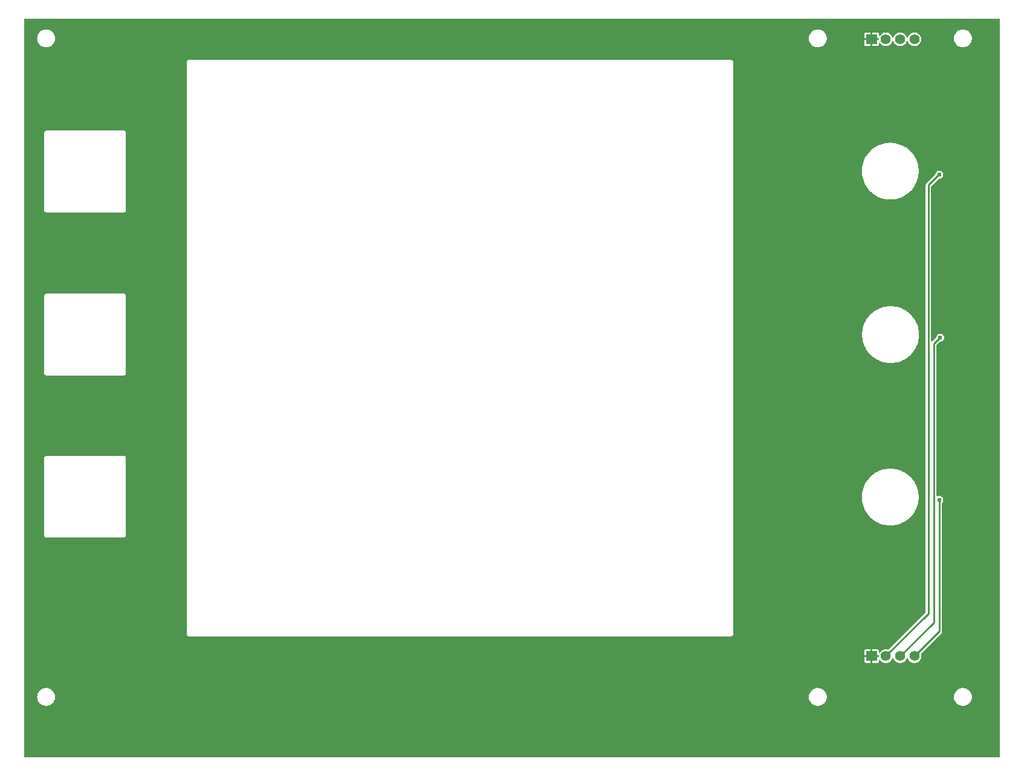
<source format=gbl>
G04 Layer: BottomLayer*
G04 EasyEDA v6.5.29, 2023-07-18 11:22:46*
G04 d896c42b98474c1f997fee1a3b510d80,5a6b42c53f6a479593ecc07194224c93,10*
G04 Gerber Generator version 0.2*
G04 Scale: 100 percent, Rotated: No, Reflected: No *
G04 Dimensions in millimeters *
G04 leading zeros omitted , absolute positions ,4 integer and 5 decimal *
%FSLAX45Y45*%
%MOMM*%

%AMMACRO1*21,1,$1,$2,0,0,$3*%
%ADD10C,0.2540*%
%ADD11C,1.4000*%
%ADD12MACRO1,1.524X1.4X0.0000*%
%ADD13C,0.6096*%

%LPD*%
G36*
X290068Y1041908D02*
G01*
X286156Y1042669D01*
X282905Y1044905D01*
X280670Y1048156D01*
X279908Y1052068D01*
X279908Y11393932D01*
X280670Y11397843D01*
X282905Y11401094D01*
X286156Y11403330D01*
X290068Y11404092D01*
X13933932Y11404092D01*
X13937843Y11403330D01*
X13941094Y11401094D01*
X13943330Y11397843D01*
X13944092Y11393932D01*
X13944092Y1052068D01*
X13943330Y1048156D01*
X13941094Y1044905D01*
X13937843Y1042669D01*
X13933932Y1041908D01*
G37*

%LPC*%
G36*
X12398400Y6573926D02*
G01*
X12426188Y6573926D01*
X12453975Y6575907D01*
X12481509Y6579768D01*
X12508738Y6585559D01*
X12535458Y6593230D01*
X12561620Y6602730D01*
X12587020Y6614058D01*
X12611608Y6627114D01*
X12635179Y6641846D01*
X12657683Y6658203D01*
X12679019Y6676085D01*
X12699034Y6695389D01*
X12717627Y6716064D01*
X12734798Y6738010D01*
X12750342Y6761073D01*
X12764262Y6785152D01*
X12776454Y6810197D01*
X12786868Y6835952D01*
X12795453Y6862419D01*
X12802209Y6889445D01*
X12807035Y6916826D01*
X12809931Y6944512D01*
X12810896Y6972300D01*
X12809931Y7000087D01*
X12807035Y7027773D01*
X12802209Y7055154D01*
X12795453Y7082180D01*
X12786868Y7108647D01*
X12776454Y7134402D01*
X12764262Y7159447D01*
X12750342Y7183526D01*
X12734798Y7206589D01*
X12717627Y7228535D01*
X12699034Y7249210D01*
X12679019Y7268514D01*
X12657683Y7286396D01*
X12635179Y7302753D01*
X12611608Y7317486D01*
X12587020Y7330541D01*
X12561620Y7341870D01*
X12535458Y7351369D01*
X12508738Y7359040D01*
X12481509Y7364831D01*
X12453975Y7368692D01*
X12426188Y7370673D01*
X12398400Y7370673D01*
X12370612Y7368692D01*
X12343079Y7364831D01*
X12315850Y7359040D01*
X12289129Y7351369D01*
X12262967Y7341870D01*
X12237567Y7330541D01*
X12212980Y7317486D01*
X12189409Y7302753D01*
X12166904Y7286396D01*
X12145568Y7268514D01*
X12125553Y7249210D01*
X12106960Y7228535D01*
X12089841Y7206589D01*
X12074245Y7183526D01*
X12060377Y7159447D01*
X12048134Y7134402D01*
X12037720Y7108647D01*
X12029135Y7082180D01*
X12022429Y7055154D01*
X12017552Y7027773D01*
X12014657Y7000087D01*
X12013692Y6972300D01*
X12014657Y6944512D01*
X12017552Y6916826D01*
X12022429Y6889445D01*
X12029135Y6862419D01*
X12037720Y6835952D01*
X12048134Y6810197D01*
X12060377Y6785152D01*
X12074245Y6761073D01*
X12089841Y6738010D01*
X12106960Y6716064D01*
X12125553Y6695389D01*
X12145568Y6676085D01*
X12166904Y6658203D01*
X12189409Y6641846D01*
X12212980Y6627114D01*
X12237567Y6614058D01*
X12262967Y6602730D01*
X12289129Y6593230D01*
X12315850Y6585559D01*
X12343079Y6579768D01*
X12370612Y6575907D01*
G37*
G36*
X11391900Y1766417D02*
G01*
X11407089Y1767332D01*
X11422024Y1770075D01*
X11436553Y1774596D01*
X11450421Y1780844D01*
X11463426Y1788718D01*
X11475364Y1798066D01*
X11486134Y1808835D01*
X11495481Y1820773D01*
X11503355Y1833778D01*
X11509603Y1847646D01*
X11514124Y1862175D01*
X11516868Y1877110D01*
X11517782Y1892300D01*
X11516868Y1907489D01*
X11514124Y1922424D01*
X11509603Y1936953D01*
X11503355Y1950821D01*
X11495481Y1963826D01*
X11486134Y1975764D01*
X11475364Y1986534D01*
X11463426Y1995881D01*
X11450421Y2003755D01*
X11436553Y2010003D01*
X11422024Y2014524D01*
X11407089Y2017268D01*
X11391900Y2018182D01*
X11376710Y2017268D01*
X11361775Y2014524D01*
X11347246Y2010003D01*
X11333378Y2003755D01*
X11320373Y1995881D01*
X11308435Y1986534D01*
X11297666Y1975764D01*
X11288318Y1963826D01*
X11280444Y1950821D01*
X11274196Y1936953D01*
X11269675Y1922424D01*
X11266932Y1907489D01*
X11266017Y1892300D01*
X11266932Y1877110D01*
X11269675Y1862175D01*
X11274196Y1847646D01*
X11280444Y1833778D01*
X11288318Y1820773D01*
X11297666Y1808835D01*
X11308435Y1798066D01*
X11320373Y1788718D01*
X11333378Y1780844D01*
X11347246Y1774596D01*
X11361775Y1770075D01*
X11376710Y1767332D01*
G37*
G36*
X584200Y1766417D02*
G01*
X599389Y1767332D01*
X614324Y1770075D01*
X628853Y1774596D01*
X642721Y1780844D01*
X655726Y1788718D01*
X667664Y1798066D01*
X678434Y1808835D01*
X687781Y1820773D01*
X695655Y1833778D01*
X701903Y1847646D01*
X706424Y1862175D01*
X709168Y1877110D01*
X710082Y1892300D01*
X709168Y1907489D01*
X706424Y1922424D01*
X701903Y1936953D01*
X695655Y1950821D01*
X687781Y1963826D01*
X678434Y1975764D01*
X667664Y1986534D01*
X655726Y1995881D01*
X642721Y2003755D01*
X628853Y2010003D01*
X614324Y2014524D01*
X599389Y2017268D01*
X584200Y2018182D01*
X569010Y2017268D01*
X554075Y2014524D01*
X539546Y2010003D01*
X525678Y2003755D01*
X512673Y1995881D01*
X500735Y1986534D01*
X489966Y1975764D01*
X480618Y1963826D01*
X472744Y1950821D01*
X466496Y1936953D01*
X461975Y1922424D01*
X459232Y1907489D01*
X458317Y1892300D01*
X459232Y1877110D01*
X461975Y1862175D01*
X466496Y1847646D01*
X472744Y1833778D01*
X480618Y1820773D01*
X489966Y1808835D01*
X500735Y1798066D01*
X512673Y1788718D01*
X525678Y1780844D01*
X539546Y1774596D01*
X554075Y1770075D01*
X569010Y1767332D01*
G37*
G36*
X12070384Y2367889D02*
G01*
X12133326Y2367889D01*
X12133326Y2451100D01*
X12043918Y2451100D01*
X12043918Y2394356D01*
X12044629Y2388057D01*
X12046508Y2382570D01*
X12049607Y2377694D01*
X12053671Y2373579D01*
X12058599Y2370531D01*
X12064034Y2368600D01*
G37*
G36*
X12158726Y2367889D02*
G01*
X12221616Y2367889D01*
X12227966Y2368600D01*
X12233402Y2370531D01*
X12238329Y2373579D01*
X12242393Y2377694D01*
X12245492Y2382570D01*
X12247372Y2388057D01*
X12248134Y2394356D01*
X12248134Y2404567D01*
X12248997Y2408732D01*
X12251486Y2412187D01*
X12255195Y2414270D01*
X12259411Y2414676D01*
X12263424Y2413304D01*
X12266574Y2410460D01*
X12271603Y2403297D01*
X12280544Y2393746D01*
X12290704Y2385466D01*
X12301880Y2378659D01*
X12313869Y2373426D01*
X12326467Y2369921D01*
X12339472Y2368143D01*
X12352528Y2368143D01*
X12365532Y2369921D01*
X12378131Y2373426D01*
X12390120Y2378659D01*
X12401296Y2385466D01*
X12411456Y2393746D01*
X12420396Y2403297D01*
X12427915Y2413965D01*
X12433960Y2425598D01*
X12436449Y2432558D01*
X12438583Y2436114D01*
X12441936Y2438501D01*
X12446000Y2439314D01*
X12450064Y2438501D01*
X12453416Y2436114D01*
X12455550Y2432558D01*
X12458039Y2425598D01*
X12464084Y2413965D01*
X12471603Y2403297D01*
X12480544Y2393746D01*
X12490704Y2385466D01*
X12501880Y2378659D01*
X12513868Y2373426D01*
X12526467Y2369921D01*
X12539472Y2368143D01*
X12552527Y2368143D01*
X12565532Y2369921D01*
X12578130Y2373426D01*
X12590119Y2378659D01*
X12601295Y2385466D01*
X12611455Y2393746D01*
X12620396Y2403297D01*
X12627914Y2413965D01*
X12633960Y2425598D01*
X12636449Y2432558D01*
X12638582Y2436114D01*
X12641935Y2438501D01*
X12645999Y2439314D01*
X12650063Y2438501D01*
X12653416Y2436114D01*
X12655550Y2432558D01*
X12658039Y2425598D01*
X12664084Y2413965D01*
X12671602Y2403297D01*
X12680543Y2393746D01*
X12690703Y2385466D01*
X12701879Y2378659D01*
X12713868Y2373426D01*
X12726466Y2369921D01*
X12739471Y2368143D01*
X12752527Y2368143D01*
X12765532Y2369921D01*
X12778130Y2373426D01*
X12790119Y2378659D01*
X12801295Y2385466D01*
X12811455Y2393746D01*
X12820396Y2403297D01*
X12827914Y2413965D01*
X12833959Y2425598D01*
X12838328Y2437942D01*
X12840970Y2450744D01*
X12841884Y2463800D01*
X12840970Y2476855D01*
X12838328Y2489657D01*
X12837363Y2492400D01*
X12836804Y2496159D01*
X12837617Y2499817D01*
X12839750Y2502966D01*
X13120624Y2783890D01*
X13125754Y2790088D01*
X13129310Y2796794D01*
X13131495Y2804007D01*
X13132307Y2812034D01*
X13132307Y4609490D01*
X13133069Y4613402D01*
X13135305Y4616704D01*
X13136880Y4618278D01*
X13142518Y4626305D01*
X13146633Y4635246D01*
X13149173Y4644694D01*
X13150037Y4654499D01*
X13149173Y4664303D01*
X13146633Y4673752D01*
X13142518Y4682693D01*
X13136880Y4690719D01*
X13129920Y4697679D01*
X13121894Y4703318D01*
X13112953Y4707432D01*
X13103504Y4709972D01*
X13093700Y4710836D01*
X13083895Y4709972D01*
X13074446Y4707432D01*
X13070586Y4705654D01*
X13066623Y4704689D01*
X13062610Y4705350D01*
X13059206Y4707534D01*
X13056920Y4710887D01*
X13056108Y4714849D01*
X13056108Y6825081D01*
X13056869Y6828993D01*
X13059105Y6832295D01*
X13095579Y6868769D01*
X13099288Y6871106D01*
X13103606Y6871716D01*
X13106400Y6871462D01*
X13116204Y6872325D01*
X13125653Y6874865D01*
X13134594Y6878980D01*
X13142620Y6884619D01*
X13149580Y6891578D01*
X13155218Y6899605D01*
X13159333Y6908546D01*
X13161873Y6917994D01*
X13162737Y6927799D01*
X13161873Y6937603D01*
X13159333Y6947052D01*
X13155218Y6955993D01*
X13149580Y6964019D01*
X13142620Y6970979D01*
X13134594Y6976618D01*
X13125653Y6980732D01*
X13116204Y6983272D01*
X13106400Y6984136D01*
X13096595Y6983272D01*
X13087146Y6980732D01*
X13078206Y6976618D01*
X13070179Y6970979D01*
X13063219Y6964019D01*
X13057581Y6955993D01*
X13053466Y6947052D01*
X13049910Y6933184D01*
X13047878Y6930288D01*
X12997230Y6879640D01*
X12993979Y6877456D01*
X12990068Y6876694D01*
X12986156Y6877456D01*
X12982905Y6879640D01*
X12980670Y6882942D01*
X12979908Y6886854D01*
X12979908Y9047581D01*
X12980670Y9051493D01*
X12982905Y9054795D01*
X13082879Y9154769D01*
X13086588Y9157106D01*
X13090906Y9157716D01*
X13093700Y9157462D01*
X13103504Y9158325D01*
X13112953Y9160865D01*
X13121894Y9164980D01*
X13129920Y9170619D01*
X13136880Y9177578D01*
X13142518Y9185605D01*
X13146633Y9194546D01*
X13149173Y9203994D01*
X13150037Y9213799D01*
X13149173Y9223603D01*
X13146633Y9233052D01*
X13142518Y9241993D01*
X13136880Y9250019D01*
X13129920Y9256979D01*
X13121894Y9262618D01*
X13112953Y9266732D01*
X13103504Y9269272D01*
X13093700Y9270136D01*
X13083895Y9269272D01*
X13074446Y9266732D01*
X13065506Y9262618D01*
X13057479Y9256979D01*
X13050519Y9250019D01*
X13044881Y9241993D01*
X13040766Y9233052D01*
X13037210Y9219184D01*
X13035178Y9216288D01*
X12914376Y9095435D01*
X12909245Y9089237D01*
X12905689Y9082532D01*
X12903504Y9075318D01*
X12902692Y9067292D01*
X12902692Y3079394D01*
X12901930Y3075482D01*
X12899694Y3072180D01*
X12385090Y2557576D01*
X12382144Y2555544D01*
X12378740Y2554630D01*
X12375184Y2554986D01*
X12365532Y2557678D01*
X12352528Y2559456D01*
X12339472Y2559456D01*
X12326467Y2557678D01*
X12313869Y2554122D01*
X12301880Y2548940D01*
X12290704Y2542133D01*
X12280544Y2533853D01*
X12271603Y2524302D01*
X12266574Y2517140D01*
X12263424Y2514295D01*
X12259411Y2512923D01*
X12255195Y2513330D01*
X12251486Y2515412D01*
X12248997Y2518867D01*
X12248134Y2523032D01*
X12248134Y2533243D01*
X12247372Y2539542D01*
X12245492Y2545029D01*
X12242393Y2549906D01*
X12238329Y2554020D01*
X12233402Y2557068D01*
X12227966Y2558999D01*
X12221616Y2559710D01*
X12158726Y2559710D01*
X12158726Y2476500D01*
X12240107Y2476500D01*
X12244019Y2475738D01*
X12247270Y2473502D01*
X12249505Y2470251D01*
X12250267Y2466340D01*
X12250267Y2461260D01*
X12249505Y2457348D01*
X12247270Y2454097D01*
X12244019Y2451862D01*
X12240107Y2451100D01*
X12158726Y2451100D01*
G37*
G36*
X12043918Y11125200D02*
G01*
X12133326Y11125200D01*
X12133326Y11208410D01*
X12070384Y11208410D01*
X12064034Y11207699D01*
X12058599Y11205768D01*
X12053671Y11202720D01*
X12049607Y11198606D01*
X12046508Y11193729D01*
X12044629Y11188242D01*
X12043918Y11181943D01*
G37*
G36*
X12158726Y11016589D02*
G01*
X12221616Y11016589D01*
X12227966Y11017300D01*
X12233402Y11019231D01*
X12238329Y11022279D01*
X12242393Y11026394D01*
X12245492Y11031270D01*
X12247372Y11036757D01*
X12248134Y11043056D01*
X12248134Y11053267D01*
X12248997Y11057432D01*
X12251486Y11060887D01*
X12255195Y11062970D01*
X12259411Y11063376D01*
X12263424Y11062004D01*
X12266574Y11059160D01*
X12271603Y11051997D01*
X12280544Y11042446D01*
X12290704Y11034166D01*
X12301880Y11027359D01*
X12313869Y11022126D01*
X12326467Y11018621D01*
X12339472Y11016843D01*
X12352528Y11016843D01*
X12365532Y11018621D01*
X12378131Y11022126D01*
X12390120Y11027359D01*
X12401296Y11034166D01*
X12411456Y11042446D01*
X12420396Y11051997D01*
X12427915Y11062665D01*
X12433960Y11074298D01*
X12436449Y11081258D01*
X12438583Y11084814D01*
X12441936Y11087201D01*
X12446000Y11088014D01*
X12450064Y11087201D01*
X12453416Y11084814D01*
X12455550Y11081258D01*
X12458039Y11074298D01*
X12464084Y11062665D01*
X12471603Y11051997D01*
X12480544Y11042446D01*
X12490704Y11034166D01*
X12501880Y11027359D01*
X12513868Y11022126D01*
X12526467Y11018621D01*
X12539472Y11016843D01*
X12552527Y11016843D01*
X12565532Y11018621D01*
X12578130Y11022126D01*
X12590119Y11027359D01*
X12601295Y11034166D01*
X12611455Y11042446D01*
X12620396Y11051997D01*
X12627914Y11062665D01*
X12633960Y11074298D01*
X12636449Y11081258D01*
X12638582Y11084814D01*
X12641935Y11087201D01*
X12645999Y11088014D01*
X12650063Y11087201D01*
X12653416Y11084814D01*
X12655550Y11081258D01*
X12658039Y11074298D01*
X12664084Y11062665D01*
X12671602Y11051997D01*
X12680543Y11042446D01*
X12690703Y11034166D01*
X12701879Y11027359D01*
X12713868Y11022126D01*
X12726466Y11018621D01*
X12739471Y11016843D01*
X12752527Y11016843D01*
X12765532Y11018621D01*
X12778130Y11022126D01*
X12790119Y11027359D01*
X12801295Y11034166D01*
X12811455Y11042446D01*
X12820396Y11051997D01*
X12827914Y11062665D01*
X12833959Y11074298D01*
X12838328Y11086642D01*
X12840970Y11099444D01*
X12841884Y11112500D01*
X12840970Y11125555D01*
X12838328Y11138357D01*
X12833959Y11150701D01*
X12827914Y11162334D01*
X12820396Y11173002D01*
X12811455Y11182553D01*
X12801295Y11190833D01*
X12790119Y11197640D01*
X12778130Y11202822D01*
X12765532Y11206378D01*
X12752527Y11208156D01*
X12739471Y11208156D01*
X12726466Y11206378D01*
X12713868Y11202822D01*
X12701879Y11197640D01*
X12690703Y11190833D01*
X12680543Y11182553D01*
X12671602Y11173002D01*
X12664084Y11162334D01*
X12658039Y11150701D01*
X12655550Y11143742D01*
X12653416Y11140186D01*
X12650063Y11137798D01*
X12645999Y11136985D01*
X12641935Y11137798D01*
X12638582Y11140186D01*
X12636449Y11143742D01*
X12633960Y11150701D01*
X12627914Y11162334D01*
X12620396Y11173002D01*
X12611455Y11182553D01*
X12601295Y11190833D01*
X12590119Y11197640D01*
X12578130Y11202822D01*
X12565532Y11206378D01*
X12552527Y11208156D01*
X12539472Y11208156D01*
X12526467Y11206378D01*
X12513868Y11202822D01*
X12501880Y11197640D01*
X12490704Y11190833D01*
X12480544Y11182553D01*
X12471603Y11173002D01*
X12464084Y11162334D01*
X12458039Y11150701D01*
X12455550Y11143742D01*
X12453416Y11140186D01*
X12450064Y11137798D01*
X12446000Y11136985D01*
X12441936Y11137798D01*
X12438583Y11140186D01*
X12436449Y11143742D01*
X12433960Y11150701D01*
X12427915Y11162334D01*
X12420396Y11173002D01*
X12411456Y11182553D01*
X12401296Y11190833D01*
X12390120Y11197640D01*
X12378131Y11202822D01*
X12365532Y11206378D01*
X12352528Y11208156D01*
X12339472Y11208156D01*
X12326467Y11206378D01*
X12313869Y11202822D01*
X12301880Y11197640D01*
X12290704Y11190833D01*
X12280544Y11182553D01*
X12271603Y11173002D01*
X12266574Y11165840D01*
X12263424Y11162995D01*
X12259411Y11161623D01*
X12255195Y11162030D01*
X12251486Y11164112D01*
X12248997Y11167567D01*
X12248134Y11171732D01*
X12248134Y11181943D01*
X12247372Y11188242D01*
X12245492Y11193729D01*
X12242393Y11198606D01*
X12238329Y11202720D01*
X12233402Y11205768D01*
X12227966Y11207699D01*
X12221616Y11208410D01*
X12158726Y11208410D01*
X12158726Y11125200D01*
X12240107Y11125200D01*
X12244019Y11124438D01*
X12247270Y11122202D01*
X12249505Y11118951D01*
X12250267Y11115040D01*
X12250267Y11109960D01*
X12249505Y11106048D01*
X12247270Y11102797D01*
X12244019Y11100562D01*
X12240107Y11099800D01*
X12158726Y11099800D01*
G37*
G36*
X12070384Y11016589D02*
G01*
X12133326Y11016589D01*
X12133326Y11099800D01*
X12043918Y11099800D01*
X12043918Y11043056D01*
X12044629Y11036757D01*
X12046508Y11031270D01*
X12049607Y11026394D01*
X12053671Y11022279D01*
X12058599Y11019231D01*
X12064034Y11017300D01*
G37*
G36*
X12043918Y2476500D02*
G01*
X12133326Y2476500D01*
X12133326Y2559710D01*
X12070384Y2559710D01*
X12064034Y2558999D01*
X12058599Y2557068D01*
X12053671Y2554020D01*
X12049607Y2549906D01*
X12046508Y2545029D01*
X12044629Y2539542D01*
X12043918Y2533243D01*
G37*
G36*
X584200Y10999317D02*
G01*
X599389Y11000232D01*
X614324Y11002975D01*
X628853Y11007496D01*
X642721Y11013744D01*
X655726Y11021618D01*
X667664Y11030966D01*
X678434Y11041735D01*
X687781Y11053673D01*
X695655Y11066678D01*
X701903Y11080546D01*
X706424Y11095075D01*
X709168Y11110010D01*
X710082Y11125200D01*
X709168Y11140389D01*
X706424Y11155324D01*
X701903Y11169853D01*
X695655Y11183721D01*
X687781Y11196726D01*
X678434Y11208664D01*
X667664Y11219434D01*
X655726Y11228781D01*
X642721Y11236655D01*
X628853Y11242903D01*
X614324Y11247424D01*
X599389Y11250168D01*
X584200Y11251082D01*
X569010Y11250168D01*
X554075Y11247424D01*
X539546Y11242903D01*
X525678Y11236655D01*
X512673Y11228781D01*
X500735Y11219434D01*
X489966Y11208664D01*
X480618Y11196726D01*
X472744Y11183721D01*
X466496Y11169853D01*
X461975Y11155324D01*
X459232Y11140389D01*
X458317Y11125200D01*
X459232Y11110010D01*
X461975Y11095075D01*
X466496Y11080546D01*
X472744Y11066678D01*
X480618Y11053673D01*
X489966Y11041735D01*
X500735Y11030966D01*
X512673Y11021618D01*
X525678Y11013744D01*
X539546Y11007496D01*
X554075Y11002975D01*
X569010Y11000232D01*
G37*
G36*
X13423900Y10999317D02*
G01*
X13439089Y11000232D01*
X13454024Y11002975D01*
X13468553Y11007496D01*
X13482421Y11013744D01*
X13495426Y11021618D01*
X13507364Y11030966D01*
X13518134Y11041735D01*
X13527481Y11053673D01*
X13535355Y11066678D01*
X13541603Y11080546D01*
X13546124Y11095075D01*
X13548868Y11110010D01*
X13549782Y11125200D01*
X13548868Y11140389D01*
X13546124Y11155324D01*
X13541603Y11169853D01*
X13535355Y11183721D01*
X13527481Y11196726D01*
X13518134Y11208664D01*
X13507364Y11219434D01*
X13495426Y11228781D01*
X13482421Y11236655D01*
X13468553Y11242903D01*
X13454024Y11247424D01*
X13439089Y11250168D01*
X13423900Y11251082D01*
X13408710Y11250168D01*
X13393775Y11247424D01*
X13379246Y11242903D01*
X13365378Y11236655D01*
X13352373Y11228781D01*
X13340435Y11219434D01*
X13329666Y11208664D01*
X13320318Y11196726D01*
X13312444Y11183721D01*
X13306196Y11169853D01*
X13301675Y11155324D01*
X13298932Y11140389D01*
X13298017Y11125200D01*
X13298932Y11110010D01*
X13301675Y11095075D01*
X13306196Y11080546D01*
X13312444Y11066678D01*
X13320318Y11053673D01*
X13329666Y11041735D01*
X13340435Y11030966D01*
X13352373Y11021618D01*
X13365378Y11013744D01*
X13379246Y11007496D01*
X13393775Y11002975D01*
X13408710Y11000232D01*
G37*
G36*
X2581757Y2742692D02*
G01*
X10180624Y2742692D01*
X10186974Y2743403D01*
X10192410Y2745333D01*
X10197338Y2748381D01*
X10201402Y2752496D01*
X10204500Y2757373D01*
X10206380Y2762859D01*
X10207091Y2769158D01*
X10207091Y10794441D01*
X10206380Y10800740D01*
X10204500Y10806226D01*
X10201402Y10811103D01*
X10197338Y10815218D01*
X10192410Y10818266D01*
X10186974Y10820196D01*
X10180624Y10820908D01*
X2581757Y10820908D01*
X2575458Y10820196D01*
X2569972Y10818266D01*
X2565095Y10815218D01*
X2560980Y10811103D01*
X2557932Y10806226D01*
X2556002Y10800740D01*
X2555290Y10794441D01*
X2555290Y2769158D01*
X2556002Y2762859D01*
X2557932Y2757373D01*
X2560980Y2752496D01*
X2565095Y2748381D01*
X2569972Y2745333D01*
X2575458Y2743403D01*
G37*
G36*
X584758Y4126992D02*
G01*
X1675841Y4126992D01*
X1682140Y4127703D01*
X1687626Y4129633D01*
X1692503Y4132681D01*
X1696618Y4136796D01*
X1699666Y4141673D01*
X1701596Y4147159D01*
X1702307Y4153458D01*
X1702307Y5244541D01*
X1701596Y5250840D01*
X1699666Y5256326D01*
X1696618Y5261203D01*
X1692503Y5265318D01*
X1687626Y5268366D01*
X1682140Y5270296D01*
X1675841Y5271008D01*
X584758Y5271008D01*
X578459Y5270296D01*
X572973Y5268366D01*
X568096Y5265318D01*
X563981Y5261203D01*
X560933Y5256326D01*
X559003Y5250840D01*
X558292Y5244541D01*
X558292Y4153458D01*
X559003Y4147159D01*
X560933Y4141673D01*
X563981Y4136796D01*
X568096Y4132681D01*
X572973Y4129633D01*
X578459Y4127703D01*
G37*
G36*
X12393980Y4295241D02*
G01*
X12421819Y4295241D01*
X12449556Y4297222D01*
X12477140Y4301083D01*
X12504318Y4306874D01*
X12531090Y4314545D01*
X12557201Y4324045D01*
X12582652Y4335373D01*
X12607188Y4348429D01*
X12630810Y4363161D01*
X12653314Y4379518D01*
X12674600Y4397400D01*
X12694615Y4416755D01*
X12713258Y4437430D01*
X12730378Y4459325D01*
X12745923Y4482388D01*
X12759842Y4506468D01*
X12772034Y4531512D01*
X12782448Y4557268D01*
X12791084Y4583734D01*
X12797790Y4610760D01*
X12802616Y4638141D01*
X12805562Y4665827D01*
X12806527Y4693615D01*
X12805562Y4721402D01*
X12802616Y4749088D01*
X12797790Y4776520D01*
X12791084Y4803495D01*
X12782448Y4829962D01*
X12772034Y4855768D01*
X12759842Y4880762D01*
X12745923Y4904841D01*
X12730378Y4927904D01*
X12713258Y4949850D01*
X12694615Y4970526D01*
X12674600Y4989830D01*
X12653314Y5007711D01*
X12630810Y5024069D01*
X12607188Y5038801D01*
X12582652Y5051907D01*
X12557201Y5063185D01*
X12531090Y5072735D01*
X12504318Y5080406D01*
X12477140Y5086146D01*
X12449556Y5090058D01*
X12421819Y5091988D01*
X12393980Y5091988D01*
X12366244Y5090058D01*
X12338710Y5086146D01*
X12311481Y5080406D01*
X12284710Y5072735D01*
X12258598Y5063185D01*
X12233148Y5051907D01*
X12208611Y5038801D01*
X12184989Y5024069D01*
X12162485Y5007711D01*
X12141200Y4989830D01*
X12121184Y4970526D01*
X12102541Y4949850D01*
X12085421Y4927904D01*
X12069876Y4904841D01*
X12055957Y4880762D01*
X12043765Y4855768D01*
X12033351Y4829962D01*
X12024766Y4803495D01*
X12018010Y4776520D01*
X12013184Y4749088D01*
X12010288Y4721402D01*
X12009323Y4693716D01*
X12010288Y4665827D01*
X12013184Y4638141D01*
X12018010Y4610760D01*
X12024766Y4583734D01*
X12033351Y4557268D01*
X12043765Y4531512D01*
X12055957Y4506468D01*
X12069876Y4482388D01*
X12085421Y4459325D01*
X12102541Y4437430D01*
X12121184Y4416755D01*
X12141200Y4397400D01*
X12162485Y4379518D01*
X12184989Y4363161D01*
X12208611Y4348429D01*
X12233148Y4335373D01*
X12258598Y4324045D01*
X12284710Y4314545D01*
X12311481Y4306874D01*
X12338710Y4301083D01*
X12366244Y4297222D01*
G37*
G36*
X11391900Y10999317D02*
G01*
X11407089Y11000232D01*
X11422024Y11002975D01*
X11436553Y11007496D01*
X11450421Y11013744D01*
X11463426Y11021618D01*
X11475364Y11030966D01*
X11486134Y11041735D01*
X11495481Y11053673D01*
X11503355Y11066678D01*
X11509603Y11080546D01*
X11514124Y11095075D01*
X11516868Y11110010D01*
X11517782Y11125200D01*
X11516868Y11140389D01*
X11514124Y11155324D01*
X11509603Y11169853D01*
X11503355Y11183721D01*
X11495481Y11196726D01*
X11486134Y11208664D01*
X11475364Y11219434D01*
X11463426Y11228781D01*
X11450421Y11236655D01*
X11436553Y11242903D01*
X11422024Y11247424D01*
X11407089Y11250168D01*
X11391900Y11251082D01*
X11376710Y11250168D01*
X11361775Y11247424D01*
X11347246Y11242903D01*
X11333378Y11236655D01*
X11320373Y11228781D01*
X11308435Y11219434D01*
X11297666Y11208664D01*
X11288318Y11196726D01*
X11280444Y11183721D01*
X11274196Y11169853D01*
X11269675Y11155324D01*
X11266932Y11140389D01*
X11266017Y11125200D01*
X11266932Y11110010D01*
X11269675Y11095075D01*
X11274196Y11080546D01*
X11280444Y11066678D01*
X11288318Y11053673D01*
X11297666Y11041735D01*
X11308435Y11030966D01*
X11320373Y11021618D01*
X11333378Y11013744D01*
X11347246Y11007496D01*
X11361775Y11002975D01*
X11376710Y11000232D01*
G37*
G36*
X584758Y6400292D02*
G01*
X1675841Y6400292D01*
X1682140Y6401003D01*
X1687626Y6402933D01*
X1692503Y6405981D01*
X1696618Y6410096D01*
X1699666Y6414973D01*
X1701596Y6420459D01*
X1702307Y6426758D01*
X1702307Y7517841D01*
X1701596Y7524140D01*
X1699666Y7529626D01*
X1696618Y7534503D01*
X1692503Y7538618D01*
X1687626Y7541666D01*
X1682140Y7543596D01*
X1675841Y7544308D01*
X584758Y7544308D01*
X578459Y7543596D01*
X572973Y7541666D01*
X568096Y7538618D01*
X563981Y7534503D01*
X560933Y7529626D01*
X559003Y7524140D01*
X558292Y7517841D01*
X558292Y6426758D01*
X559003Y6420459D01*
X560933Y6414973D01*
X563981Y6410096D01*
X568096Y6405981D01*
X572973Y6402933D01*
X578459Y6401003D01*
G37*
G36*
X13423900Y1766417D02*
G01*
X13439089Y1767332D01*
X13454024Y1770075D01*
X13468553Y1774596D01*
X13482421Y1780844D01*
X13495426Y1788718D01*
X13507364Y1798066D01*
X13518134Y1808835D01*
X13527481Y1820773D01*
X13535355Y1833778D01*
X13541603Y1847646D01*
X13546124Y1862175D01*
X13548868Y1877110D01*
X13549782Y1892300D01*
X13548868Y1907489D01*
X13546124Y1922424D01*
X13541603Y1936953D01*
X13535355Y1950821D01*
X13527481Y1963826D01*
X13518134Y1975764D01*
X13507364Y1986534D01*
X13495426Y1995881D01*
X13482421Y2003755D01*
X13468553Y2010003D01*
X13454024Y2014524D01*
X13439089Y2017268D01*
X13423900Y2018182D01*
X13408710Y2017268D01*
X13393775Y2014524D01*
X13379246Y2010003D01*
X13365378Y2003755D01*
X13352373Y1995881D01*
X13340435Y1986534D01*
X13329666Y1975764D01*
X13320318Y1963826D01*
X13312444Y1950821D01*
X13306196Y1936953D01*
X13301675Y1922424D01*
X13298932Y1907489D01*
X13298017Y1892300D01*
X13298932Y1877110D01*
X13301675Y1862175D01*
X13306196Y1847646D01*
X13312444Y1833778D01*
X13320318Y1820773D01*
X13329666Y1808835D01*
X13340435Y1798066D01*
X13352373Y1788718D01*
X13365378Y1780844D01*
X13379246Y1774596D01*
X13393775Y1770075D01*
X13408710Y1767332D01*
G37*
G36*
X12393980Y8865311D02*
G01*
X12421819Y8865311D01*
X12449556Y8867241D01*
X12477140Y8871153D01*
X12504318Y8876893D01*
X12531090Y8884564D01*
X12557201Y8894114D01*
X12582652Y8905443D01*
X12607188Y8918498D01*
X12630810Y8933230D01*
X12653314Y8949588D01*
X12674600Y8967470D01*
X12694615Y8986774D01*
X12713258Y9007449D01*
X12730378Y9029395D01*
X12745923Y9052458D01*
X12759842Y9076537D01*
X12772034Y9101531D01*
X12782448Y9127337D01*
X12791084Y9153804D01*
X12797790Y9180830D01*
X12802616Y9208211D01*
X12805511Y9235897D01*
X12806527Y9263684D01*
X12805511Y9291472D01*
X12802616Y9319158D01*
X12797790Y9346539D01*
X12791084Y9373565D01*
X12782448Y9400032D01*
X12772034Y9425787D01*
X12759842Y9450832D01*
X12745923Y9474911D01*
X12730378Y9497974D01*
X12713258Y9519920D01*
X12694615Y9540595D01*
X12674600Y9559899D01*
X12653314Y9577781D01*
X12630810Y9594138D01*
X12607188Y9608870D01*
X12582652Y9621926D01*
X12557201Y9633254D01*
X12531090Y9642754D01*
X12504318Y9650425D01*
X12477140Y9656216D01*
X12449556Y9660077D01*
X12421819Y9662058D01*
X12393980Y9662058D01*
X12366244Y9660077D01*
X12338710Y9656216D01*
X12311481Y9650425D01*
X12284710Y9642754D01*
X12258598Y9633254D01*
X12233148Y9621926D01*
X12208611Y9608870D01*
X12184989Y9594138D01*
X12162485Y9577781D01*
X12141200Y9559899D01*
X12121184Y9540595D01*
X12102541Y9519920D01*
X12085421Y9497974D01*
X12069876Y9474911D01*
X12055957Y9450832D01*
X12043765Y9425787D01*
X12033351Y9400032D01*
X12024766Y9373565D01*
X12018010Y9346539D01*
X12013184Y9319158D01*
X12010288Y9291472D01*
X12009323Y9263684D01*
X12010288Y9235897D01*
X12013184Y9208211D01*
X12018010Y9180830D01*
X12024766Y9153804D01*
X12033351Y9127337D01*
X12043765Y9101531D01*
X12055957Y9076537D01*
X12069876Y9052458D01*
X12085421Y9029395D01*
X12102541Y9007449D01*
X12121184Y8986774D01*
X12141200Y8967470D01*
X12162485Y8949588D01*
X12184989Y8933230D01*
X12208611Y8918498D01*
X12233148Y8905443D01*
X12258598Y8894114D01*
X12284710Y8884564D01*
X12311481Y8876893D01*
X12338710Y8871153D01*
X12366244Y8867241D01*
G37*
G36*
X584758Y8686292D02*
G01*
X1675841Y8686292D01*
X1682140Y8687003D01*
X1687626Y8688933D01*
X1692503Y8691981D01*
X1696618Y8696096D01*
X1699666Y8700973D01*
X1701596Y8706459D01*
X1702307Y8712758D01*
X1702307Y9803841D01*
X1701596Y9810140D01*
X1699666Y9815626D01*
X1696618Y9820503D01*
X1692503Y9824618D01*
X1687626Y9827666D01*
X1682140Y9829596D01*
X1675841Y9830308D01*
X584758Y9830308D01*
X578459Y9829596D01*
X572973Y9827666D01*
X568096Y9824618D01*
X563981Y9820503D01*
X560933Y9815626D01*
X559003Y9810140D01*
X558292Y9803841D01*
X558292Y8712758D01*
X559003Y8706459D01*
X560933Y8700973D01*
X563981Y8696096D01*
X568096Y8691981D01*
X572973Y8688933D01*
X578459Y8687003D01*
G37*

%LPD*%
D10*
X12745974Y2463800D02*
G01*
X13093700Y2811526D01*
X13093700Y4654550D01*
X13093700Y9213850D02*
G01*
X13087350Y9213850D01*
X12941300Y9067800D01*
X12941300Y3059176D01*
X12345924Y2463800D01*
X13106400Y6927799D02*
G01*
X13099999Y6927799D01*
X13017500Y6845300D01*
X13017500Y2935300D01*
X12545999Y2463800D01*
D11*
G01*
X12745999Y11112500D03*
G01*
X12545999Y11112500D03*
G01*
X12346000Y11112500D03*
D12*
G01*
X12146000Y11112500D03*
D11*
G01*
X12745999Y2463800D03*
G01*
X12545999Y2463800D03*
G01*
X12346000Y2463800D03*
D12*
G01*
X12146000Y2463800D03*
D13*
G01*
X13093700Y9213799D03*
G01*
X13106400Y6927799D03*
G01*
X13093700Y4654499D03*
G01*
X13093700Y4838700D03*
G01*
X12776200Y4305300D03*
G01*
X12026900Y4305300D03*
G01*
X12026900Y5067300D03*
G01*
X12776200Y5067300D03*
G01*
X13106400Y7112000D03*
G01*
X13093700Y9398000D03*
G01*
X12788900Y7340600D03*
G01*
X12039600Y7340600D03*
G01*
X12776200Y9626600D03*
G01*
X12026900Y9626600D03*
G01*
X12039600Y6578600D03*
G01*
X12788900Y6578600D03*
G01*
X12026900Y8864600D03*
G01*
X12776200Y8864600D03*
M02*

</source>
